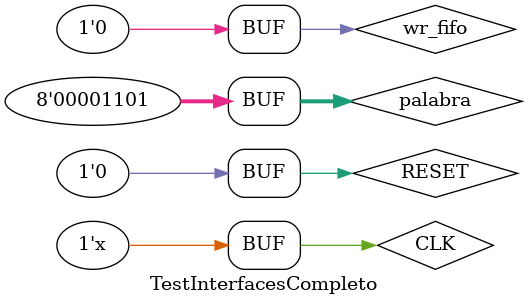
<source format=v>
`timescale 1ns / 1ps


module TestInterfacesCompleto;

	// Inputs
	reg CLK;
	reg RESET;
	
	wire FIFO_empty;
	wire [7:0] data_in;
	
	//Para llenar la Fifo
	reg wr_fifo, full;
	reg [7:0] palabra;

	// Outputs
	wire [7:0] data_out;
	wire [2:0] SEL ,STATE;
	wire RD_FIFO, FIN, fifo_tx_full;
	wire WR_FIFO_TX;
	wire [7:0] RESULTADO, DATOA,DATOB,OP,CH , DATA_INT_TX, DATO_FIFO_TX;
	
	
	

	// Instantiate the Unit Under Test (UUT)
	Int_Rx uut (
		.CLK(CLK), 
		.RESET(RESET), 
		.FIFO_empty(FIFO_empty), 
		.data_in(data_in), 
		.data_out(data_out), 
		.SEL(SEL), 
		.RD_FIFO(RD_FIFO),
		.FIN(FIN),
		.STATE(STATE),
		.CH(CH),
		.DATOA(DATOA),
		.DATOB(DATOB),
		.OP(OP)
	);
	
	FIFO
	#(
	.B(8),
	.W(4)
)
	fifo_rx(
		.CLK(CLK), .RESET(RESET), .wr(wr_fifo) , .rd(RD_FIFO), .w_data(palabra),
		.empty(FIFO_empty) , .full(full) , .r_data(data_in)
	);
	
		FIFO
	#(
	.B(8),
	.W(4)
)
	fifo_tx(
		.CLK(CLK), .RESET(RESET), .wr(WR_FIFO_TX) , .rd(), .w_data(DATA_INT_TX),
		.empty() , .full(fifo_tx_full) , .r_data(DATO_FIFO_TX)
	);
	
	
	ALU_HANDLER ALU1
	(
		.CLK(CLK), .RESET(RESET), .SWITCH(data_out), .BOT(SEL),
		.LED(RESULTADO)
	);
	
	Int_Tx intTx
	(
		.CLK(CLK), .RESET(RESET), .enviar(FIN), .fifo_full(fifo_tx_full), .DATO_ALU(RESULTADO),
		.WR_FIFO(WR_FIFO_TX) , .data_fifo(DATA_INT_TX)
	);
	
	

	initial begin
		// Initialize Inputs
		CLK = 0;
		RESET = 1;
		wr_fifo = 0;
		palabra = 0;
		#5 
		RESET = 0;
		// Wait 100 ns for global reset to finish
		#100;
		
		palabra = 8'b00110001;		//1
		#2
		wr_fifo=1;
		#2
		wr_fifo=0;
		#10
		
				palabra = 8'b00110111;		//7
		#2
		wr_fifo=1;
		#2
		wr_fifo=0;
		#10
				palabra = 8'b00110000;		//0
		#2
		wr_fifo=1;
		#2
		wr_fifo=0;
		#10

		palabra = 38;		//and
		#2
		wr_fifo=1;
		#2
		wr_fifo=0;
		#10		
      
		palabra = 8'b00110001;		//1
		#2
		wr_fifo=1;
		#2
		wr_fifo=0;
		#10	

		palabra = 8'b00110101;		//5
		#2
		wr_fifo=1;
		#2
		wr_fifo=0;
		#10		
		
		palabra = 8'b00001101;		//ENTER
		#2
		wr_fifo=1;
		#2
		wr_fifo=0;
			
      
        
		// Add stimulus here

	end
	
	always begin
		#1 CLK = ~CLK;
		end
      
endmodule


</source>
